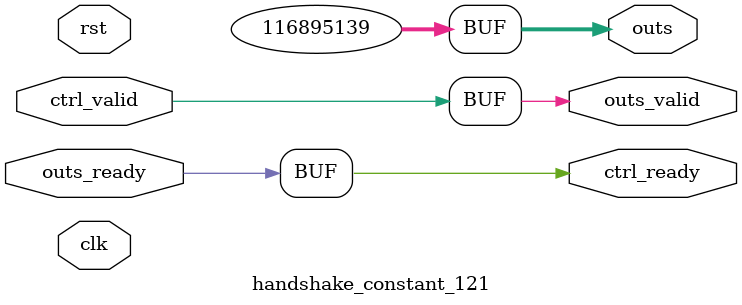
<source format=v>
`timescale 1ns / 1ps
module handshake_constant_121 #(
  parameter DATA_WIDTH = 32  // Default set to 32 bits
) (
  input                       clk,
  input                       rst,
  // Input Channel
  input                       ctrl_valid,
  output                      ctrl_ready,
  // Output Channel
  output [DATA_WIDTH - 1 : 0] outs,
  output                      outs_valid,
  input                       outs_ready
);
  assign outs       = 27'b110111101111010110110100011;
  assign outs_valid = ctrl_valid;
  assign ctrl_ready = outs_ready;

endmodule

</source>
